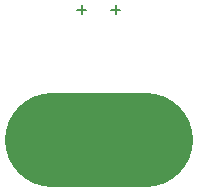
<source format=gto>
%TF.GenerationSoftware,KiCad,Pcbnew,4.0.4+e1-6308~48~ubuntu16.04.1-stable*%
%TF.CreationDate,2016-12-19T13:08:12-08:00*%
%TF.ProjectId,2x2-LED-SMT-LIMITED,3278322D4C45442D534D542D4C494D49,1.0*%
%TF.FileFunction,Legend,Top*%
%FSLAX46Y46*%
G04 Gerber Fmt 4.6, Leading zero omitted, Abs format (unit mm)*
G04 Created by KiCad (PCBNEW 4.0.4+e1-6308~48~ubuntu16.04.1-stable) date Mon Dec 19 13:08:12 2016*
%MOMM*%
%LPD*%
G01*
G04 APERTURE LIST*
%ADD10C,0.350000*%
%ADD11C,8.000000*%
%ADD12C,0.150000*%
G04 APERTURE END LIST*
D10*
D11*
X127890000Y-85090000D02*
X135890000Y-85090000D01*
D12*
X130009048Y-74061429D02*
X130770953Y-74061429D01*
X130390001Y-74442381D02*
X130390001Y-73680476D01*
X132909048Y-74061429D02*
X133670953Y-74061429D01*
X133290001Y-74442381D02*
X133290001Y-73680476D01*
M02*

</source>
